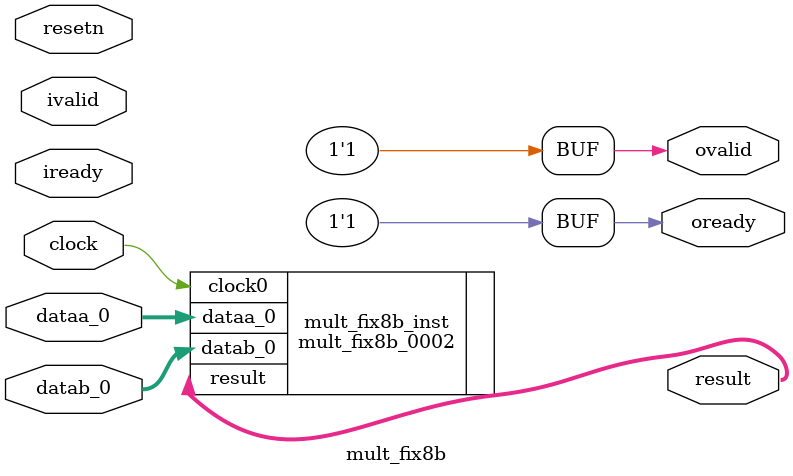
<source format=v>
`timescale 1 ps / 1 ps
module mult_fix8b (
		input   clock,
		input   resetn,
		input   ivalid, 
		input   iready,
		output  ovalid, 
		output  oready,
		input  wire [7:0]  dataa_0, // dataa_0.dataa_0
		input  wire [7:0]  datab_0, // datab_0.datab_0
		output wire [15:0] result  //  result.result
	);

	assign ovalid = 1'b1;
	assign oready = 1'b1;
	// ivalid, iready, resetn are ignored

	mult_fix8b_0002 mult_fix8b_inst (
		.result  (result),  //  result.result
		.dataa_0 (dataa_0), // dataa_0.dataa_0
		.datab_0 (datab_0), // datab_0.datab_0
		.clock0  (clock)   //  clock0.clock0
	);

endmodule

</source>
